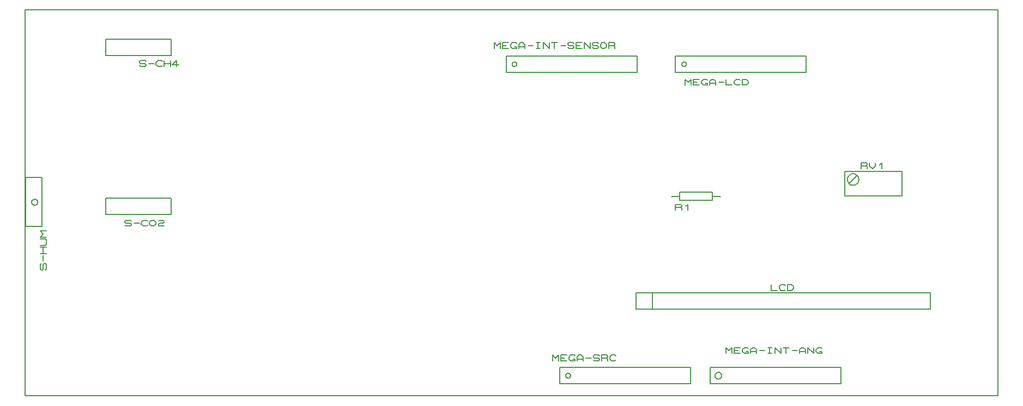
<source format=gbr>
G04 PROTEUS GERBER X2 FILE*
%TF.GenerationSoftware,Labcenter,Proteus,8.12-SP0-Build30713*%
%TF.CreationDate,2025-01-15T12:30:57+00:00*%
%TF.FileFunction,Legend,Top*%
%TF.FilePolarity,Positive*%
%TF.Part,Single*%
%TF.SameCoordinates,{9626ba97-e6ad-4adc-9df8-61d07434fadc}*%
%FSLAX45Y45*%
%MOMM*%
G01*
%TA.AperFunction,Material*%
%ADD15C,0.203200*%
%TA.AperFunction,Profile*%
%ADD14C,0.203200*%
%TD.AperFunction*%
D15*
X+9493000Y-4667000D02*
X+14065000Y-4667000D01*
X+14065000Y-4413000D01*
X+9493000Y-4413000D01*
X+9493000Y-4667000D01*
X+9747000Y-4413000D02*
X+9747000Y-4667000D01*
X+11588500Y-4280920D02*
X+11588500Y-4372360D01*
X+11683750Y-4372360D01*
X+11810750Y-4357120D02*
X+11794875Y-4372360D01*
X+11747250Y-4372360D01*
X+11715500Y-4341880D01*
X+11715500Y-4311400D01*
X+11747250Y-4280920D01*
X+11794875Y-4280920D01*
X+11810750Y-4296160D01*
X+11842500Y-4372360D02*
X+11842500Y-4280920D01*
X+11906000Y-4280920D01*
X+11937750Y-4311400D01*
X+11937750Y-4341880D01*
X+11906000Y-4372360D01*
X+11842500Y-4372360D01*
X+10803000Y-2910000D02*
X+10676000Y-2910000D01*
X+10168000Y-2973500D02*
X+10676000Y-2973500D01*
X+10676000Y-2846500D01*
X+10168000Y-2846500D01*
X+10168000Y-2973500D01*
X+10168000Y-2910000D02*
X+10041000Y-2910000D01*
X+10105000Y-3125580D02*
X+10105000Y-3034140D01*
X+10184375Y-3034140D01*
X+10200250Y-3049380D01*
X+10200250Y-3064620D01*
X+10184375Y-3079860D01*
X+10105000Y-3079860D01*
X+10184375Y-3079860D02*
X+10200250Y-3095100D01*
X+10200250Y-3125580D01*
X+10263750Y-3064620D02*
X+10295500Y-3034140D01*
X+10295500Y-3125580D01*
X+12735500Y-2900500D02*
X+13624500Y-2900500D01*
X+13624500Y-2519500D01*
X+12735500Y-2519500D01*
X+12735500Y-2900500D01*
X+12951400Y-2646500D02*
X+12951098Y-2639178D01*
X+12948643Y-2624533D01*
X+12943511Y-2609888D01*
X+12935136Y-2595243D01*
X+12922322Y-2580739D01*
X+12907677Y-2569935D01*
X+12893032Y-2563007D01*
X+12878387Y-2559031D01*
X+12863742Y-2557609D01*
X+12862500Y-2557600D01*
X+12773600Y-2646500D02*
X+12773902Y-2639178D01*
X+12776357Y-2624533D01*
X+12781489Y-2609888D01*
X+12789864Y-2595243D01*
X+12802678Y-2580739D01*
X+12817323Y-2569935D01*
X+12831968Y-2563007D01*
X+12846613Y-2559031D01*
X+12861258Y-2557609D01*
X+12862500Y-2557600D01*
X+12773600Y-2646500D02*
X+12773902Y-2653822D01*
X+12776357Y-2668467D01*
X+12781489Y-2683112D01*
X+12789864Y-2697757D01*
X+12802678Y-2712261D01*
X+12817323Y-2723065D01*
X+12831968Y-2729993D01*
X+12846613Y-2733969D01*
X+12861258Y-2735391D01*
X+12862500Y-2735400D01*
X+12951400Y-2646500D02*
X+12951098Y-2653822D01*
X+12948643Y-2668467D01*
X+12943511Y-2683112D01*
X+12935136Y-2697757D01*
X+12922322Y-2712261D01*
X+12907677Y-2723065D01*
X+12893032Y-2729993D01*
X+12878387Y-2733969D01*
X+12863742Y-2735391D01*
X+12862500Y-2735400D01*
X+12799000Y-2710000D02*
X+12926000Y-2583000D01*
X+12989500Y-2478860D02*
X+12989500Y-2387420D01*
X+13068875Y-2387420D01*
X+13084750Y-2402660D01*
X+13084750Y-2417900D01*
X+13068875Y-2433140D01*
X+12989500Y-2433140D01*
X+13068875Y-2433140D02*
X+13084750Y-2448380D01*
X+13084750Y-2478860D01*
X+13116500Y-2387420D02*
X+13116500Y-2433140D01*
X+13164125Y-2478860D01*
X+13211750Y-2433140D01*
X+13211750Y-2387420D01*
X+13275250Y-2417900D02*
X+13307000Y-2387420D01*
X+13307000Y-2478860D01*
X+8305000Y-5827000D02*
X+10337000Y-5827000D01*
X+10337000Y-5573000D01*
X+8305000Y-5573000D01*
X+8305000Y-5827000D01*
X+8193000Y-5469080D02*
X+8193000Y-5377640D01*
X+8240625Y-5423360D01*
X+8288250Y-5377640D01*
X+8288250Y-5469080D01*
X+8415250Y-5469080D02*
X+8320000Y-5469080D01*
X+8320000Y-5377640D01*
X+8415250Y-5377640D01*
X+8320000Y-5423360D02*
X+8383500Y-5423360D01*
X+8510500Y-5438600D02*
X+8542250Y-5438600D01*
X+8542250Y-5469080D01*
X+8478750Y-5469080D01*
X+8447000Y-5438600D01*
X+8447000Y-5408120D01*
X+8478750Y-5377640D01*
X+8526375Y-5377640D01*
X+8542250Y-5392880D01*
X+8574000Y-5469080D02*
X+8574000Y-5408120D01*
X+8605750Y-5377640D01*
X+8637500Y-5377640D01*
X+8669250Y-5408120D01*
X+8669250Y-5469080D01*
X+8574000Y-5438600D02*
X+8669250Y-5438600D01*
X+8716875Y-5423360D02*
X+8796250Y-5423360D01*
X+8828000Y-5453840D02*
X+8843875Y-5469080D01*
X+8907375Y-5469080D01*
X+8923250Y-5453840D01*
X+8923250Y-5438600D01*
X+8907375Y-5423360D01*
X+8843875Y-5423360D01*
X+8828000Y-5408120D01*
X+8828000Y-5392880D01*
X+8843875Y-5377640D01*
X+8907375Y-5377640D01*
X+8923250Y-5392880D01*
X+8955000Y-5469080D02*
X+8955000Y-5377640D01*
X+9034375Y-5377640D01*
X+9050250Y-5392880D01*
X+9050250Y-5408120D01*
X+9034375Y-5423360D01*
X+8955000Y-5423360D01*
X+9034375Y-5423360D02*
X+9050250Y-5438600D01*
X+9050250Y-5469080D01*
X+9177250Y-5453840D02*
X+9161375Y-5469080D01*
X+9113750Y-5469080D01*
X+9082000Y-5438600D01*
X+9082000Y-5408120D01*
X+9113750Y-5377640D01*
X+9161375Y-5377640D01*
X+9177250Y-5392880D01*
X+10643000Y-5827000D02*
X+12675000Y-5827000D01*
X+12675000Y-5573000D01*
X+10643000Y-5573000D01*
X+10643000Y-5827000D01*
X+10887000Y-5352360D02*
X+10887000Y-5260920D01*
X+10934625Y-5306640D01*
X+10982250Y-5260920D01*
X+10982250Y-5352360D01*
X+11109250Y-5352360D02*
X+11014000Y-5352360D01*
X+11014000Y-5260920D01*
X+11109250Y-5260920D01*
X+11014000Y-5306640D02*
X+11077500Y-5306640D01*
X+11204500Y-5321880D02*
X+11236250Y-5321880D01*
X+11236250Y-5352360D01*
X+11172750Y-5352360D01*
X+11141000Y-5321880D01*
X+11141000Y-5291400D01*
X+11172750Y-5260920D01*
X+11220375Y-5260920D01*
X+11236250Y-5276160D01*
X+11268000Y-5352360D02*
X+11268000Y-5291400D01*
X+11299750Y-5260920D01*
X+11331500Y-5260920D01*
X+11363250Y-5291400D01*
X+11363250Y-5352360D01*
X+11268000Y-5321880D02*
X+11363250Y-5321880D01*
X+11410875Y-5306640D02*
X+11490250Y-5306640D01*
X+11537875Y-5260920D02*
X+11601375Y-5260920D01*
X+11569625Y-5260920D02*
X+11569625Y-5352360D01*
X+11537875Y-5352360D02*
X+11601375Y-5352360D01*
X+11649000Y-5352360D02*
X+11649000Y-5260920D01*
X+11744250Y-5352360D01*
X+11744250Y-5260920D01*
X+11776000Y-5260920D02*
X+11871250Y-5260920D01*
X+11823625Y-5260920D02*
X+11823625Y-5352360D01*
X+11918875Y-5306640D02*
X+11998250Y-5306640D01*
X+12030000Y-5352360D02*
X+12030000Y-5291400D01*
X+12061750Y-5260920D01*
X+12093500Y-5260920D01*
X+12125250Y-5291400D01*
X+12125250Y-5352360D01*
X+12030000Y-5321880D02*
X+12125250Y-5321880D01*
X+12157000Y-5352360D02*
X+12157000Y-5260920D01*
X+12252250Y-5352360D01*
X+12252250Y-5260920D01*
X+12347500Y-5321880D02*
X+12379250Y-5321880D01*
X+12379250Y-5352360D01*
X+12315750Y-5352360D01*
X+12284000Y-5321880D01*
X+12284000Y-5291400D01*
X+12315750Y-5260920D01*
X+12363375Y-5260920D01*
X+12379250Y-5276160D01*
X+10105000Y-977000D02*
X+12137000Y-977000D01*
X+12137000Y-723000D01*
X+10105000Y-723000D01*
X+10105000Y-977000D01*
X+10253000Y-1179080D02*
X+10253000Y-1087640D01*
X+10300625Y-1133360D01*
X+10348250Y-1087640D01*
X+10348250Y-1179080D01*
X+10475250Y-1179080D02*
X+10380000Y-1179080D01*
X+10380000Y-1087640D01*
X+10475250Y-1087640D01*
X+10380000Y-1133360D02*
X+10443500Y-1133360D01*
X+10570500Y-1148600D02*
X+10602250Y-1148600D01*
X+10602250Y-1179080D01*
X+10538750Y-1179080D01*
X+10507000Y-1148600D01*
X+10507000Y-1118120D01*
X+10538750Y-1087640D01*
X+10586375Y-1087640D01*
X+10602250Y-1102880D01*
X+10634000Y-1179080D02*
X+10634000Y-1118120D01*
X+10665750Y-1087640D01*
X+10697500Y-1087640D01*
X+10729250Y-1118120D01*
X+10729250Y-1179080D01*
X+10634000Y-1148600D02*
X+10729250Y-1148600D01*
X+10776875Y-1133360D02*
X+10856250Y-1133360D01*
X+10888000Y-1087640D02*
X+10888000Y-1179080D01*
X+10983250Y-1179080D01*
X+11110250Y-1163840D02*
X+11094375Y-1179080D01*
X+11046750Y-1179080D01*
X+11015000Y-1148600D01*
X+11015000Y-1118120D01*
X+11046750Y-1087640D01*
X+11094375Y-1087640D01*
X+11110250Y-1102880D01*
X+11142000Y-1179080D02*
X+11142000Y-1087640D01*
X+11205500Y-1087640D01*
X+11237250Y-1118120D01*
X+11237250Y-1148600D01*
X+11205500Y-1179080D01*
X+11142000Y-1179080D01*
X+7475000Y-977000D02*
X+9507000Y-977000D01*
X+9507000Y-723000D01*
X+7475000Y-723000D01*
X+7475000Y-977000D01*
X+7288500Y-609080D02*
X+7288500Y-517640D01*
X+7336125Y-563360D01*
X+7383750Y-517640D01*
X+7383750Y-609080D01*
X+7510750Y-609080D02*
X+7415500Y-609080D01*
X+7415500Y-517640D01*
X+7510750Y-517640D01*
X+7415500Y-563360D02*
X+7479000Y-563360D01*
X+7606000Y-578600D02*
X+7637750Y-578600D01*
X+7637750Y-609080D01*
X+7574250Y-609080D01*
X+7542500Y-578600D01*
X+7542500Y-548120D01*
X+7574250Y-517640D01*
X+7621875Y-517640D01*
X+7637750Y-532880D01*
X+7669500Y-609080D02*
X+7669500Y-548120D01*
X+7701250Y-517640D01*
X+7733000Y-517640D01*
X+7764750Y-548120D01*
X+7764750Y-609080D01*
X+7669500Y-578600D02*
X+7764750Y-578600D01*
X+7812375Y-563360D02*
X+7891750Y-563360D01*
X+7939375Y-517640D02*
X+8002875Y-517640D01*
X+7971125Y-517640D02*
X+7971125Y-609080D01*
X+7939375Y-609080D02*
X+8002875Y-609080D01*
X+8050500Y-609080D02*
X+8050500Y-517640D01*
X+8145750Y-609080D01*
X+8145750Y-517640D01*
X+8177500Y-517640D02*
X+8272750Y-517640D01*
X+8225125Y-517640D02*
X+8225125Y-609080D01*
X+8320375Y-563360D02*
X+8399750Y-563360D01*
X+8431500Y-593840D02*
X+8447375Y-609080D01*
X+8510875Y-609080D01*
X+8526750Y-593840D01*
X+8526750Y-578600D01*
X+8510875Y-563360D01*
X+8447375Y-563360D01*
X+8431500Y-548120D01*
X+8431500Y-532880D01*
X+8447375Y-517640D01*
X+8510875Y-517640D01*
X+8526750Y-532880D01*
X+8653750Y-609080D02*
X+8558500Y-609080D01*
X+8558500Y-517640D01*
X+8653750Y-517640D01*
X+8558500Y-563360D02*
X+8622000Y-563360D01*
X+8685500Y-609080D02*
X+8685500Y-517640D01*
X+8780750Y-609080D01*
X+8780750Y-517640D01*
X+8812500Y-593840D02*
X+8828375Y-609080D01*
X+8891875Y-609080D01*
X+8907750Y-593840D01*
X+8907750Y-578600D01*
X+8891875Y-563360D01*
X+8828375Y-563360D01*
X+8812500Y-548120D01*
X+8812500Y-532880D01*
X+8828375Y-517640D01*
X+8891875Y-517640D01*
X+8907750Y-532880D01*
X+8939500Y-548120D02*
X+8971250Y-517640D01*
X+9003000Y-517640D01*
X+9034750Y-548120D01*
X+9034750Y-578600D01*
X+9003000Y-609080D01*
X+8971250Y-609080D01*
X+8939500Y-578600D01*
X+8939500Y-548120D01*
X+9066500Y-609080D02*
X+9066500Y-517640D01*
X+9145875Y-517640D01*
X+9161750Y-532880D01*
X+9161750Y-548120D01*
X+9145875Y-563360D01*
X+9066500Y-563360D01*
X+9145875Y-563360D02*
X+9161750Y-578600D01*
X+9161750Y-609080D01*
X+8473422Y-5699000D02*
X+8473293Y-5695898D01*
X+8472246Y-5689692D01*
X+8470055Y-5683486D01*
X+8466474Y-5677280D01*
X+8460997Y-5671151D01*
X+8454791Y-5666638D01*
X+8448585Y-5663758D01*
X+8442379Y-5662126D01*
X+8436173Y-5661578D01*
X+8436000Y-5661578D01*
X+8398578Y-5699000D02*
X+8398707Y-5695898D01*
X+8399754Y-5689692D01*
X+8401945Y-5683486D01*
X+8405526Y-5677280D01*
X+8411003Y-5671151D01*
X+8417209Y-5666638D01*
X+8423415Y-5663758D01*
X+8429621Y-5662126D01*
X+8435827Y-5661578D01*
X+8436000Y-5661578D01*
X+8398578Y-5699000D02*
X+8398707Y-5702102D01*
X+8399754Y-5708308D01*
X+8401945Y-5714514D01*
X+8405526Y-5720720D01*
X+8411003Y-5726849D01*
X+8417209Y-5731362D01*
X+8423415Y-5734242D01*
X+8429621Y-5735874D01*
X+8435827Y-5736422D01*
X+8436000Y-5736422D01*
X+8473422Y-5699000D02*
X+8473293Y-5702102D01*
X+8472246Y-5708308D01*
X+8470055Y-5714514D01*
X+8466474Y-5720720D01*
X+8460997Y-5726849D01*
X+8454791Y-5731362D01*
X+8448585Y-5734242D01*
X+8442379Y-5735874D01*
X+8436173Y-5736422D01*
X+8436000Y-5736422D01*
X+10822094Y-5699000D02*
X+10821912Y-5694607D01*
X+10820432Y-5685820D01*
X+10817337Y-5677033D01*
X+10812280Y-5668246D01*
X+10804545Y-5659560D01*
X+10795758Y-5653142D01*
X+10786971Y-5649040D01*
X+10778184Y-5646706D01*
X+10769397Y-5645907D01*
X+10769000Y-5645906D01*
X+10715906Y-5699000D02*
X+10716088Y-5694607D01*
X+10717568Y-5685820D01*
X+10720663Y-5677033D01*
X+10725720Y-5668246D01*
X+10733455Y-5659560D01*
X+10742242Y-5653142D01*
X+10751029Y-5649040D01*
X+10759816Y-5646706D01*
X+10768603Y-5645907D01*
X+10769000Y-5645906D01*
X+10715906Y-5699000D02*
X+10716088Y-5703393D01*
X+10717568Y-5712180D01*
X+10720663Y-5720967D01*
X+10725720Y-5729754D01*
X+10733455Y-5738440D01*
X+10742242Y-5744858D01*
X+10751029Y-5748960D01*
X+10759816Y-5751294D01*
X+10768603Y-5752093D01*
X+10769000Y-5752094D01*
X+10822094Y-5699000D02*
X+10821912Y-5703393D01*
X+10820432Y-5712180D01*
X+10817337Y-5720967D01*
X+10812280Y-5729754D01*
X+10804545Y-5738440D01*
X+10795758Y-5744858D01*
X+10786971Y-5748960D01*
X+10778184Y-5751294D01*
X+10769397Y-5752093D01*
X+10769000Y-5752094D01*
X+7638153Y-852000D02*
X+7638032Y-849085D01*
X+7637048Y-843254D01*
X+7634988Y-837423D01*
X+7631622Y-831592D01*
X+7626475Y-825834D01*
X+7620644Y-821596D01*
X+7614813Y-818891D01*
X+7608982Y-817360D01*
X+7603151Y-816847D01*
X+7603000Y-816847D01*
X+7567847Y-852000D02*
X+7567968Y-849085D01*
X+7568952Y-843254D01*
X+7571012Y-837423D01*
X+7574378Y-831592D01*
X+7579525Y-825834D01*
X+7585356Y-821596D01*
X+7591187Y-818891D01*
X+7597018Y-817360D01*
X+7602849Y-816847D01*
X+7603000Y-816847D01*
X+7567847Y-852000D02*
X+7567968Y-854915D01*
X+7568952Y-860746D01*
X+7571012Y-866577D01*
X+7574378Y-872408D01*
X+7579525Y-878166D01*
X+7585356Y-882404D01*
X+7591187Y-885109D01*
X+7597018Y-886640D01*
X+7602849Y-887153D01*
X+7603000Y-887153D01*
X+7638153Y-852000D02*
X+7638032Y-854915D01*
X+7637048Y-860746D01*
X+7634988Y-866577D01*
X+7631622Y-872408D01*
X+7626475Y-878166D01*
X+7620644Y-882404D01*
X+7614813Y-885109D01*
X+7608982Y-886640D01*
X+7603151Y-887153D01*
X+7603000Y-887153D01*
X+10273390Y-852000D02*
X+10273272Y-849148D01*
X+10272308Y-843443D01*
X+10270293Y-837738D01*
X+10267000Y-832033D01*
X+10261963Y-826400D01*
X+10256258Y-822254D01*
X+10250553Y-819609D01*
X+10244848Y-818111D01*
X+10239143Y-817610D01*
X+10239000Y-817610D01*
X+10204610Y-852000D02*
X+10204728Y-849148D01*
X+10205692Y-843443D01*
X+10207707Y-837738D01*
X+10211000Y-832033D01*
X+10216037Y-826400D01*
X+10221742Y-822254D01*
X+10227447Y-819609D01*
X+10233152Y-818111D01*
X+10238857Y-817610D01*
X+10239000Y-817610D01*
X+10204610Y-852000D02*
X+10204728Y-854852D01*
X+10205692Y-860557D01*
X+10207707Y-866262D01*
X+10211000Y-871967D01*
X+10216037Y-877600D01*
X+10221742Y-881746D01*
X+10227447Y-884391D01*
X+10233152Y-885889D01*
X+10238857Y-886390D01*
X+10239000Y-886390D01*
X+10273390Y-852000D02*
X+10273272Y-854852D01*
X+10272308Y-860557D01*
X+10270293Y-866262D01*
X+10267000Y-871967D01*
X+10261963Y-877600D01*
X+10256258Y-881746D01*
X+10250553Y-884391D01*
X+10244848Y-885889D01*
X+10239143Y-886390D01*
X+10239000Y-886390D01*
X+13000Y-3375000D02*
X+267000Y-3375000D01*
X+267000Y-2613000D01*
X+13000Y-2613000D01*
X+13000Y-3375000D01*
X+313840Y-4051500D02*
X+329080Y-4035625D01*
X+329080Y-3972125D01*
X+313840Y-3956250D01*
X+298600Y-3956250D01*
X+283360Y-3972125D01*
X+283360Y-4035625D01*
X+268120Y-4051500D01*
X+252880Y-4051500D01*
X+237640Y-4035625D01*
X+237640Y-3972125D01*
X+252880Y-3956250D01*
X+283360Y-3908625D02*
X+283360Y-3829250D01*
X+329080Y-3797500D02*
X+237640Y-3797500D01*
X+237640Y-3702250D02*
X+329080Y-3702250D01*
X+283360Y-3797500D02*
X+283360Y-3702250D01*
X+237640Y-3670500D02*
X+313840Y-3670500D01*
X+329080Y-3654625D01*
X+329080Y-3591125D01*
X+313840Y-3575250D01*
X+237640Y-3575250D01*
X+329080Y-3543500D02*
X+237640Y-3543500D01*
X+283360Y-3495875D01*
X+237640Y-3448250D01*
X+329080Y-3448250D01*
X+1251000Y-717000D02*
X+2267000Y-717000D01*
X+2267000Y-463000D01*
X+1251000Y-463000D01*
X+1251000Y-717000D01*
X+1781500Y-873840D02*
X+1797375Y-889080D01*
X+1860875Y-889080D01*
X+1876750Y-873840D01*
X+1876750Y-858600D01*
X+1860875Y-843360D01*
X+1797375Y-843360D01*
X+1781500Y-828120D01*
X+1781500Y-812880D01*
X+1797375Y-797640D01*
X+1860875Y-797640D01*
X+1876750Y-812880D01*
X+1924375Y-843360D02*
X+2003750Y-843360D01*
X+2130750Y-873840D02*
X+2114875Y-889080D01*
X+2067250Y-889080D01*
X+2035500Y-858600D01*
X+2035500Y-828120D01*
X+2067250Y-797640D01*
X+2114875Y-797640D01*
X+2130750Y-812880D01*
X+2162500Y-889080D02*
X+2162500Y-797640D01*
X+2257750Y-797640D02*
X+2257750Y-889080D01*
X+2162500Y-843360D02*
X+2257750Y-843360D01*
X+2384750Y-858600D02*
X+2289500Y-858600D01*
X+2353000Y-797640D01*
X+2353000Y-889080D01*
X+1253000Y-3187000D02*
X+2269000Y-3187000D01*
X+2269000Y-2933000D01*
X+1253000Y-2933000D01*
X+1253000Y-3187000D01*
X+1553500Y-3357120D02*
X+1569375Y-3372360D01*
X+1632875Y-3372360D01*
X+1648750Y-3357120D01*
X+1648750Y-3341880D01*
X+1632875Y-3326640D01*
X+1569375Y-3326640D01*
X+1553500Y-3311400D01*
X+1553500Y-3296160D01*
X+1569375Y-3280920D01*
X+1632875Y-3280920D01*
X+1648750Y-3296160D01*
X+1696375Y-3326640D02*
X+1775750Y-3326640D01*
X+1902750Y-3357120D02*
X+1886875Y-3372360D01*
X+1839250Y-3372360D01*
X+1807500Y-3341880D01*
X+1807500Y-3311400D01*
X+1839250Y-3280920D01*
X+1886875Y-3280920D01*
X+1902750Y-3296160D01*
X+1934500Y-3311400D02*
X+1966250Y-3280920D01*
X+1998000Y-3280920D01*
X+2029750Y-3311400D01*
X+2029750Y-3341880D01*
X+1998000Y-3372360D01*
X+1966250Y-3372360D01*
X+1934500Y-3341880D01*
X+1934500Y-3311400D01*
X+2077375Y-3296160D02*
X+2093250Y-3280920D01*
X+2140875Y-3280920D01*
X+2156750Y-3296160D01*
X+2156750Y-3311400D01*
X+2140875Y-3326640D01*
X+2093250Y-3326640D01*
X+2077375Y-3341880D01*
X+2077375Y-3372360D01*
X+2156750Y-3372360D01*
X+196433Y-3000000D02*
X+196274Y-2996155D01*
X+194977Y-2988464D01*
X+192265Y-2980773D01*
X+187834Y-2973082D01*
X+181057Y-2965482D01*
X+173366Y-2959875D01*
X+165675Y-2956293D01*
X+157984Y-2954259D01*
X+150293Y-2953568D01*
X+150000Y-2953567D01*
X+103567Y-3000000D02*
X+103726Y-2996155D01*
X+105023Y-2988464D01*
X+107735Y-2980773D01*
X+112166Y-2973082D01*
X+118943Y-2965482D01*
X+126634Y-2959875D01*
X+134325Y-2956293D01*
X+142016Y-2954259D01*
X+149707Y-2953568D01*
X+150000Y-2953567D01*
X+103567Y-3000000D02*
X+103726Y-3003845D01*
X+105023Y-3011536D01*
X+107735Y-3019227D01*
X+112166Y-3026918D01*
X+118943Y-3034518D01*
X+126634Y-3040125D01*
X+134325Y-3043707D01*
X+142016Y-3045741D01*
X+149707Y-3046432D01*
X+150000Y-3046433D01*
X+196433Y-3000000D02*
X+196274Y-3003845D01*
X+194977Y-3011536D01*
X+192265Y-3019227D01*
X+187834Y-3026918D01*
X+181057Y-3034518D01*
X+173366Y-3040125D01*
X+165675Y-3043707D01*
X+157984Y-3045741D01*
X+150293Y-3046432D01*
X+150000Y-3046433D01*
D14*
X+0Y-6010000D02*
X+15116000Y-6010000D01*
X+15116000Y-10000D01*
X+0Y-10000D01*
X+0Y-6010000D01*
M02*

</source>
